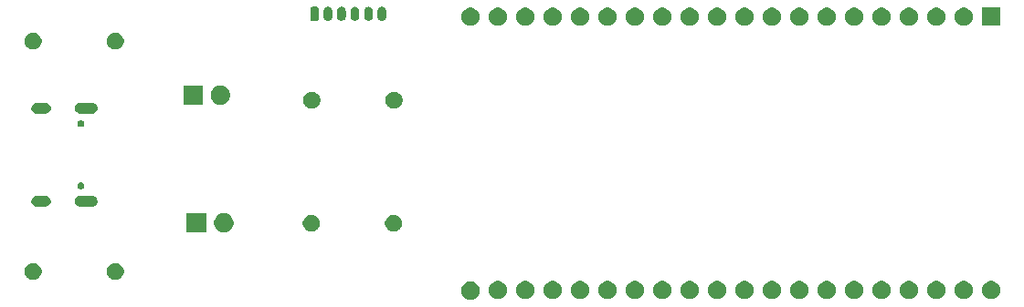
<source format=gbr>
%TF.GenerationSoftware,KiCad,Pcbnew,9.0.6-9.0.6~ubuntu24.04.1*%
%TF.CreationDate,2025-12-30T16:15:31+01:00*%
%TF.ProjectId,security-system,73656375-7269-4747-992d-73797374656d,0*%
%TF.SameCoordinates,Original*%
%TF.FileFunction,Soldermask,Bot*%
%TF.FilePolarity,Negative*%
%FSLAX46Y46*%
G04 Gerber Fmt 4.6, Leading zero omitted, Abs format (unit mm)*
G04 Created by KiCad (PCBNEW 9.0.6-9.0.6~ubuntu24.04.1) date 2025-12-30 16:15:31*
%MOMM*%
%LPD*%
G01*
G04 APERTURE LIST*
G04 APERTURE END LIST*
G36*
X167916742Y-98436601D02*
G01*
X168070687Y-98500367D01*
X168209234Y-98592941D01*
X168327059Y-98710766D01*
X168419633Y-98849313D01*
X168483399Y-99003258D01*
X168515907Y-99166685D01*
X168515907Y-99333315D01*
X168483399Y-99496742D01*
X168419633Y-99650687D01*
X168327059Y-99789234D01*
X168209234Y-99907059D01*
X168070687Y-99999633D01*
X167916742Y-100063399D01*
X167753315Y-100095907D01*
X167586685Y-100095907D01*
X167423258Y-100063399D01*
X167269313Y-99999633D01*
X167130766Y-99907059D01*
X167012941Y-99789234D01*
X166920367Y-99650687D01*
X166856601Y-99496742D01*
X166824093Y-99333315D01*
X166824093Y-99166685D01*
X166856601Y-99003258D01*
X166920367Y-98849313D01*
X167012941Y-98710766D01*
X167130766Y-98592941D01*
X167269313Y-98500367D01*
X167423258Y-98436601D01*
X167586685Y-98404093D01*
X167753315Y-98404093D01*
X167916742Y-98436601D01*
G37*
G36*
X170456742Y-98386601D02*
G01*
X170610687Y-98450367D01*
X170749234Y-98542941D01*
X170867059Y-98660766D01*
X170959633Y-98799313D01*
X171023399Y-98953258D01*
X171055907Y-99116685D01*
X171055907Y-99283315D01*
X171023399Y-99446742D01*
X170959633Y-99600687D01*
X170867059Y-99739234D01*
X170749234Y-99857059D01*
X170610687Y-99949633D01*
X170456742Y-100013399D01*
X170293315Y-100045907D01*
X170126685Y-100045907D01*
X169963258Y-100013399D01*
X169809313Y-99949633D01*
X169670766Y-99857059D01*
X169552941Y-99739234D01*
X169460367Y-99600687D01*
X169396601Y-99446742D01*
X169364093Y-99283315D01*
X169364093Y-99116685D01*
X169396601Y-98953258D01*
X169460367Y-98799313D01*
X169552941Y-98660766D01*
X169670766Y-98542941D01*
X169809313Y-98450367D01*
X169963258Y-98386601D01*
X170126685Y-98354093D01*
X170293315Y-98354093D01*
X170456742Y-98386601D01*
G37*
G36*
X172996742Y-98386601D02*
G01*
X173150687Y-98450367D01*
X173289234Y-98542941D01*
X173407059Y-98660766D01*
X173499633Y-98799313D01*
X173563399Y-98953258D01*
X173595907Y-99116685D01*
X173595907Y-99283315D01*
X173563399Y-99446742D01*
X173499633Y-99600687D01*
X173407059Y-99739234D01*
X173289234Y-99857059D01*
X173150687Y-99949633D01*
X172996742Y-100013399D01*
X172833315Y-100045907D01*
X172666685Y-100045907D01*
X172503258Y-100013399D01*
X172349313Y-99949633D01*
X172210766Y-99857059D01*
X172092941Y-99739234D01*
X172000367Y-99600687D01*
X171936601Y-99446742D01*
X171904093Y-99283315D01*
X171904093Y-99116685D01*
X171936601Y-98953258D01*
X172000367Y-98799313D01*
X172092941Y-98660766D01*
X172210766Y-98542941D01*
X172349313Y-98450367D01*
X172503258Y-98386601D01*
X172666685Y-98354093D01*
X172833315Y-98354093D01*
X172996742Y-98386601D01*
G37*
G36*
X175536742Y-98386601D02*
G01*
X175690687Y-98450367D01*
X175829234Y-98542941D01*
X175947059Y-98660766D01*
X176039633Y-98799313D01*
X176103399Y-98953258D01*
X176135907Y-99116685D01*
X176135907Y-99283315D01*
X176103399Y-99446742D01*
X176039633Y-99600687D01*
X175947059Y-99739234D01*
X175829234Y-99857059D01*
X175690687Y-99949633D01*
X175536742Y-100013399D01*
X175373315Y-100045907D01*
X175206685Y-100045907D01*
X175043258Y-100013399D01*
X174889313Y-99949633D01*
X174750766Y-99857059D01*
X174632941Y-99739234D01*
X174540367Y-99600687D01*
X174476601Y-99446742D01*
X174444093Y-99283315D01*
X174444093Y-99116685D01*
X174476601Y-98953258D01*
X174540367Y-98799313D01*
X174632941Y-98660766D01*
X174750766Y-98542941D01*
X174889313Y-98450367D01*
X175043258Y-98386601D01*
X175206685Y-98354093D01*
X175373315Y-98354093D01*
X175536742Y-98386601D01*
G37*
G36*
X178076742Y-98386601D02*
G01*
X178230687Y-98450367D01*
X178369234Y-98542941D01*
X178487059Y-98660766D01*
X178579633Y-98799313D01*
X178643399Y-98953258D01*
X178675907Y-99116685D01*
X178675907Y-99283315D01*
X178643399Y-99446742D01*
X178579633Y-99600687D01*
X178487059Y-99739234D01*
X178369234Y-99857059D01*
X178230687Y-99949633D01*
X178076742Y-100013399D01*
X177913315Y-100045907D01*
X177746685Y-100045907D01*
X177583258Y-100013399D01*
X177429313Y-99949633D01*
X177290766Y-99857059D01*
X177172941Y-99739234D01*
X177080367Y-99600687D01*
X177016601Y-99446742D01*
X176984093Y-99283315D01*
X176984093Y-99116685D01*
X177016601Y-98953258D01*
X177080367Y-98799313D01*
X177172941Y-98660766D01*
X177290766Y-98542941D01*
X177429313Y-98450367D01*
X177583258Y-98386601D01*
X177746685Y-98354093D01*
X177913315Y-98354093D01*
X178076742Y-98386601D01*
G37*
G36*
X180616742Y-98386601D02*
G01*
X180770687Y-98450367D01*
X180909234Y-98542941D01*
X181027059Y-98660766D01*
X181119633Y-98799313D01*
X181183399Y-98953258D01*
X181215907Y-99116685D01*
X181215907Y-99283315D01*
X181183399Y-99446742D01*
X181119633Y-99600687D01*
X181027059Y-99739234D01*
X180909234Y-99857059D01*
X180770687Y-99949633D01*
X180616742Y-100013399D01*
X180453315Y-100045907D01*
X180286685Y-100045907D01*
X180123258Y-100013399D01*
X179969313Y-99949633D01*
X179830766Y-99857059D01*
X179712941Y-99739234D01*
X179620367Y-99600687D01*
X179556601Y-99446742D01*
X179524093Y-99283315D01*
X179524093Y-99116685D01*
X179556601Y-98953258D01*
X179620367Y-98799313D01*
X179712941Y-98660766D01*
X179830766Y-98542941D01*
X179969313Y-98450367D01*
X180123258Y-98386601D01*
X180286685Y-98354093D01*
X180453315Y-98354093D01*
X180616742Y-98386601D01*
G37*
G36*
X183156742Y-98386601D02*
G01*
X183310687Y-98450367D01*
X183449234Y-98542941D01*
X183567059Y-98660766D01*
X183659633Y-98799313D01*
X183723399Y-98953258D01*
X183755907Y-99116685D01*
X183755907Y-99283315D01*
X183723399Y-99446742D01*
X183659633Y-99600687D01*
X183567059Y-99739234D01*
X183449234Y-99857059D01*
X183310687Y-99949633D01*
X183156742Y-100013399D01*
X182993315Y-100045907D01*
X182826685Y-100045907D01*
X182663258Y-100013399D01*
X182509313Y-99949633D01*
X182370766Y-99857059D01*
X182252941Y-99739234D01*
X182160367Y-99600687D01*
X182096601Y-99446742D01*
X182064093Y-99283315D01*
X182064093Y-99116685D01*
X182096601Y-98953258D01*
X182160367Y-98799313D01*
X182252941Y-98660766D01*
X182370766Y-98542941D01*
X182509313Y-98450367D01*
X182663258Y-98386601D01*
X182826685Y-98354093D01*
X182993315Y-98354093D01*
X183156742Y-98386601D01*
G37*
G36*
X185696742Y-98386601D02*
G01*
X185850687Y-98450367D01*
X185989234Y-98542941D01*
X186107059Y-98660766D01*
X186199633Y-98799313D01*
X186263399Y-98953258D01*
X186295907Y-99116685D01*
X186295907Y-99283315D01*
X186263399Y-99446742D01*
X186199633Y-99600687D01*
X186107059Y-99739234D01*
X185989234Y-99857059D01*
X185850687Y-99949633D01*
X185696742Y-100013399D01*
X185533315Y-100045907D01*
X185366685Y-100045907D01*
X185203258Y-100013399D01*
X185049313Y-99949633D01*
X184910766Y-99857059D01*
X184792941Y-99739234D01*
X184700367Y-99600687D01*
X184636601Y-99446742D01*
X184604093Y-99283315D01*
X184604093Y-99116685D01*
X184636601Y-98953258D01*
X184700367Y-98799313D01*
X184792941Y-98660766D01*
X184910766Y-98542941D01*
X185049313Y-98450367D01*
X185203258Y-98386601D01*
X185366685Y-98354093D01*
X185533315Y-98354093D01*
X185696742Y-98386601D01*
G37*
G36*
X188236742Y-98386601D02*
G01*
X188390687Y-98450367D01*
X188529234Y-98542941D01*
X188647059Y-98660766D01*
X188739633Y-98799313D01*
X188803399Y-98953258D01*
X188835907Y-99116685D01*
X188835907Y-99283315D01*
X188803399Y-99446742D01*
X188739633Y-99600687D01*
X188647059Y-99739234D01*
X188529234Y-99857059D01*
X188390687Y-99949633D01*
X188236742Y-100013399D01*
X188073315Y-100045907D01*
X187906685Y-100045907D01*
X187743258Y-100013399D01*
X187589313Y-99949633D01*
X187450766Y-99857059D01*
X187332941Y-99739234D01*
X187240367Y-99600687D01*
X187176601Y-99446742D01*
X187144093Y-99283315D01*
X187144093Y-99116685D01*
X187176601Y-98953258D01*
X187240367Y-98799313D01*
X187332941Y-98660766D01*
X187450766Y-98542941D01*
X187589313Y-98450367D01*
X187743258Y-98386601D01*
X187906685Y-98354093D01*
X188073315Y-98354093D01*
X188236742Y-98386601D01*
G37*
G36*
X190776742Y-98386601D02*
G01*
X190930687Y-98450367D01*
X191069234Y-98542941D01*
X191187059Y-98660766D01*
X191279633Y-98799313D01*
X191343399Y-98953258D01*
X191375907Y-99116685D01*
X191375907Y-99283315D01*
X191343399Y-99446742D01*
X191279633Y-99600687D01*
X191187059Y-99739234D01*
X191069234Y-99857059D01*
X190930687Y-99949633D01*
X190776742Y-100013399D01*
X190613315Y-100045907D01*
X190446685Y-100045907D01*
X190283258Y-100013399D01*
X190129313Y-99949633D01*
X189990766Y-99857059D01*
X189872941Y-99739234D01*
X189780367Y-99600687D01*
X189716601Y-99446742D01*
X189684093Y-99283315D01*
X189684093Y-99116685D01*
X189716601Y-98953258D01*
X189780367Y-98799313D01*
X189872941Y-98660766D01*
X189990766Y-98542941D01*
X190129313Y-98450367D01*
X190283258Y-98386601D01*
X190446685Y-98354093D01*
X190613315Y-98354093D01*
X190776742Y-98386601D01*
G37*
G36*
X193316742Y-98386601D02*
G01*
X193470687Y-98450367D01*
X193609234Y-98542941D01*
X193727059Y-98660766D01*
X193819633Y-98799313D01*
X193883399Y-98953258D01*
X193915907Y-99116685D01*
X193915907Y-99283315D01*
X193883399Y-99446742D01*
X193819633Y-99600687D01*
X193727059Y-99739234D01*
X193609234Y-99857059D01*
X193470687Y-99949633D01*
X193316742Y-100013399D01*
X193153315Y-100045907D01*
X192986685Y-100045907D01*
X192823258Y-100013399D01*
X192669313Y-99949633D01*
X192530766Y-99857059D01*
X192412941Y-99739234D01*
X192320367Y-99600687D01*
X192256601Y-99446742D01*
X192224093Y-99283315D01*
X192224093Y-99116685D01*
X192256601Y-98953258D01*
X192320367Y-98799313D01*
X192412941Y-98660766D01*
X192530766Y-98542941D01*
X192669313Y-98450367D01*
X192823258Y-98386601D01*
X192986685Y-98354093D01*
X193153315Y-98354093D01*
X193316742Y-98386601D01*
G37*
G36*
X195856742Y-98386601D02*
G01*
X196010687Y-98450367D01*
X196149234Y-98542941D01*
X196267059Y-98660766D01*
X196359633Y-98799313D01*
X196423399Y-98953258D01*
X196455907Y-99116685D01*
X196455907Y-99283315D01*
X196423399Y-99446742D01*
X196359633Y-99600687D01*
X196267059Y-99739234D01*
X196149234Y-99857059D01*
X196010687Y-99949633D01*
X195856742Y-100013399D01*
X195693315Y-100045907D01*
X195526685Y-100045907D01*
X195363258Y-100013399D01*
X195209313Y-99949633D01*
X195070766Y-99857059D01*
X194952941Y-99739234D01*
X194860367Y-99600687D01*
X194796601Y-99446742D01*
X194764093Y-99283315D01*
X194764093Y-99116685D01*
X194796601Y-98953258D01*
X194860367Y-98799313D01*
X194952941Y-98660766D01*
X195070766Y-98542941D01*
X195209313Y-98450367D01*
X195363258Y-98386601D01*
X195526685Y-98354093D01*
X195693315Y-98354093D01*
X195856742Y-98386601D01*
G37*
G36*
X198396742Y-98386601D02*
G01*
X198550687Y-98450367D01*
X198689234Y-98542941D01*
X198807059Y-98660766D01*
X198899633Y-98799313D01*
X198963399Y-98953258D01*
X198995907Y-99116685D01*
X198995907Y-99283315D01*
X198963399Y-99446742D01*
X198899633Y-99600687D01*
X198807059Y-99739234D01*
X198689234Y-99857059D01*
X198550687Y-99949633D01*
X198396742Y-100013399D01*
X198233315Y-100045907D01*
X198066685Y-100045907D01*
X197903258Y-100013399D01*
X197749313Y-99949633D01*
X197610766Y-99857059D01*
X197492941Y-99739234D01*
X197400367Y-99600687D01*
X197336601Y-99446742D01*
X197304093Y-99283315D01*
X197304093Y-99116685D01*
X197336601Y-98953258D01*
X197400367Y-98799313D01*
X197492941Y-98660766D01*
X197610766Y-98542941D01*
X197749313Y-98450367D01*
X197903258Y-98386601D01*
X198066685Y-98354093D01*
X198233315Y-98354093D01*
X198396742Y-98386601D01*
G37*
G36*
X200936742Y-98386601D02*
G01*
X201090687Y-98450367D01*
X201229234Y-98542941D01*
X201347059Y-98660766D01*
X201439633Y-98799313D01*
X201503399Y-98953258D01*
X201535907Y-99116685D01*
X201535907Y-99283315D01*
X201503399Y-99446742D01*
X201439633Y-99600687D01*
X201347059Y-99739234D01*
X201229234Y-99857059D01*
X201090687Y-99949633D01*
X200936742Y-100013399D01*
X200773315Y-100045907D01*
X200606685Y-100045907D01*
X200443258Y-100013399D01*
X200289313Y-99949633D01*
X200150766Y-99857059D01*
X200032941Y-99739234D01*
X199940367Y-99600687D01*
X199876601Y-99446742D01*
X199844093Y-99283315D01*
X199844093Y-99116685D01*
X199876601Y-98953258D01*
X199940367Y-98799313D01*
X200032941Y-98660766D01*
X200150766Y-98542941D01*
X200289313Y-98450367D01*
X200443258Y-98386601D01*
X200606685Y-98354093D01*
X200773315Y-98354093D01*
X200936742Y-98386601D01*
G37*
G36*
X203476742Y-98386601D02*
G01*
X203630687Y-98450367D01*
X203769234Y-98542941D01*
X203887059Y-98660766D01*
X203979633Y-98799313D01*
X204043399Y-98953258D01*
X204075907Y-99116685D01*
X204075907Y-99283315D01*
X204043399Y-99446742D01*
X203979633Y-99600687D01*
X203887059Y-99739234D01*
X203769234Y-99857059D01*
X203630687Y-99949633D01*
X203476742Y-100013399D01*
X203313315Y-100045907D01*
X203146685Y-100045907D01*
X202983258Y-100013399D01*
X202829313Y-99949633D01*
X202690766Y-99857059D01*
X202572941Y-99739234D01*
X202480367Y-99600687D01*
X202416601Y-99446742D01*
X202384093Y-99283315D01*
X202384093Y-99116685D01*
X202416601Y-98953258D01*
X202480367Y-98799313D01*
X202572941Y-98660766D01*
X202690766Y-98542941D01*
X202829313Y-98450367D01*
X202983258Y-98386601D01*
X203146685Y-98354093D01*
X203313315Y-98354093D01*
X203476742Y-98386601D01*
G37*
G36*
X206016742Y-98386601D02*
G01*
X206170687Y-98450367D01*
X206309234Y-98542941D01*
X206427059Y-98660766D01*
X206519633Y-98799313D01*
X206583399Y-98953258D01*
X206615907Y-99116685D01*
X206615907Y-99283315D01*
X206583399Y-99446742D01*
X206519633Y-99600687D01*
X206427059Y-99739234D01*
X206309234Y-99857059D01*
X206170687Y-99949633D01*
X206016742Y-100013399D01*
X205853315Y-100045907D01*
X205686685Y-100045907D01*
X205523258Y-100013399D01*
X205369313Y-99949633D01*
X205230766Y-99857059D01*
X205112941Y-99739234D01*
X205020367Y-99600687D01*
X204956601Y-99446742D01*
X204924093Y-99283315D01*
X204924093Y-99116685D01*
X204956601Y-98953258D01*
X205020367Y-98799313D01*
X205112941Y-98660766D01*
X205230766Y-98542941D01*
X205369313Y-98450367D01*
X205523258Y-98386601D01*
X205686685Y-98354093D01*
X205853315Y-98354093D01*
X206016742Y-98386601D01*
G37*
G36*
X208556742Y-98386601D02*
G01*
X208710687Y-98450367D01*
X208849234Y-98542941D01*
X208967059Y-98660766D01*
X209059633Y-98799313D01*
X209123399Y-98953258D01*
X209155907Y-99116685D01*
X209155907Y-99283315D01*
X209123399Y-99446742D01*
X209059633Y-99600687D01*
X208967059Y-99739234D01*
X208849234Y-99857059D01*
X208710687Y-99949633D01*
X208556742Y-100013399D01*
X208393315Y-100045907D01*
X208226685Y-100045907D01*
X208063258Y-100013399D01*
X207909313Y-99949633D01*
X207770766Y-99857059D01*
X207652941Y-99739234D01*
X207560367Y-99600687D01*
X207496601Y-99446742D01*
X207464093Y-99283315D01*
X207464093Y-99116685D01*
X207496601Y-98953258D01*
X207560367Y-98799313D01*
X207652941Y-98660766D01*
X207770766Y-98542941D01*
X207909313Y-98450367D01*
X208063258Y-98386601D01*
X208226685Y-98354093D01*
X208393315Y-98354093D01*
X208556742Y-98386601D01*
G37*
G36*
X211096742Y-98386601D02*
G01*
X211250687Y-98450367D01*
X211389234Y-98542941D01*
X211507059Y-98660766D01*
X211599633Y-98799313D01*
X211663399Y-98953258D01*
X211695907Y-99116685D01*
X211695907Y-99283315D01*
X211663399Y-99446742D01*
X211599633Y-99600687D01*
X211507059Y-99739234D01*
X211389234Y-99857059D01*
X211250687Y-99949633D01*
X211096742Y-100013399D01*
X210933315Y-100045907D01*
X210766685Y-100045907D01*
X210603258Y-100013399D01*
X210449313Y-99949633D01*
X210310766Y-99857059D01*
X210192941Y-99739234D01*
X210100367Y-99600687D01*
X210036601Y-99446742D01*
X210004093Y-99283315D01*
X210004093Y-99116685D01*
X210036601Y-98953258D01*
X210100367Y-98799313D01*
X210192941Y-98660766D01*
X210310766Y-98542941D01*
X210449313Y-98450367D01*
X210603258Y-98386601D01*
X210766685Y-98354093D01*
X210933315Y-98354093D01*
X211096742Y-98386601D01*
G37*
G36*
X213636742Y-98386601D02*
G01*
X213790687Y-98450367D01*
X213929234Y-98542941D01*
X214047059Y-98660766D01*
X214139633Y-98799313D01*
X214203399Y-98953258D01*
X214235907Y-99116685D01*
X214235907Y-99283315D01*
X214203399Y-99446742D01*
X214139633Y-99600687D01*
X214047059Y-99739234D01*
X213929234Y-99857059D01*
X213790687Y-99949633D01*
X213636742Y-100013399D01*
X213473315Y-100045907D01*
X213306685Y-100045907D01*
X213143258Y-100013399D01*
X212989313Y-99949633D01*
X212850766Y-99857059D01*
X212732941Y-99739234D01*
X212640367Y-99600687D01*
X212576601Y-99446742D01*
X212544093Y-99283315D01*
X212544093Y-99116685D01*
X212576601Y-98953258D01*
X212640367Y-98799313D01*
X212732941Y-98660766D01*
X212850766Y-98542941D01*
X212989313Y-98450367D01*
X213143258Y-98386601D01*
X213306685Y-98354093D01*
X213473315Y-98354093D01*
X213636742Y-98386601D01*
G37*
G36*
X216176742Y-98386601D02*
G01*
X216330687Y-98450367D01*
X216469234Y-98542941D01*
X216587059Y-98660766D01*
X216679633Y-98799313D01*
X216743399Y-98953258D01*
X216775907Y-99116685D01*
X216775907Y-99283315D01*
X216743399Y-99446742D01*
X216679633Y-99600687D01*
X216587059Y-99739234D01*
X216469234Y-99857059D01*
X216330687Y-99949633D01*
X216176742Y-100013399D01*
X216013315Y-100045907D01*
X215846685Y-100045907D01*
X215683258Y-100013399D01*
X215529313Y-99949633D01*
X215390766Y-99857059D01*
X215272941Y-99739234D01*
X215180367Y-99600687D01*
X215116601Y-99446742D01*
X215084093Y-99283315D01*
X215084093Y-99116685D01*
X215116601Y-98953258D01*
X215180367Y-98799313D01*
X215272941Y-98660766D01*
X215390766Y-98542941D01*
X215529313Y-98450367D01*
X215683258Y-98386601D01*
X215846685Y-98354093D01*
X216013315Y-98354093D01*
X216176742Y-98386601D01*
G37*
G36*
X127362228Y-96704448D02*
G01*
X127507117Y-96764463D01*
X127637515Y-96851592D01*
X127748408Y-96962485D01*
X127835537Y-97092883D01*
X127895552Y-97237772D01*
X127926148Y-97391586D01*
X127926148Y-97548414D01*
X127895552Y-97702228D01*
X127835537Y-97847117D01*
X127748408Y-97977515D01*
X127637515Y-98088408D01*
X127507117Y-98175537D01*
X127362228Y-98235552D01*
X127208414Y-98266148D01*
X127051586Y-98266148D01*
X126897772Y-98235552D01*
X126752883Y-98175537D01*
X126622485Y-98088408D01*
X126511592Y-97977515D01*
X126424463Y-97847117D01*
X126364448Y-97702228D01*
X126333852Y-97548414D01*
X126333852Y-97391586D01*
X126364448Y-97237772D01*
X126424463Y-97092883D01*
X126511592Y-96962485D01*
X126622485Y-96851592D01*
X126752883Y-96764463D01*
X126897772Y-96704448D01*
X127051586Y-96673852D01*
X127208414Y-96673852D01*
X127362228Y-96704448D01*
G37*
G36*
X134982228Y-96704448D02*
G01*
X135127117Y-96764463D01*
X135257515Y-96851592D01*
X135368408Y-96962485D01*
X135455537Y-97092883D01*
X135515552Y-97237772D01*
X135546148Y-97391586D01*
X135546148Y-97548414D01*
X135515552Y-97702228D01*
X135455537Y-97847117D01*
X135368408Y-97977515D01*
X135257515Y-98088408D01*
X135127117Y-98175537D01*
X134982228Y-98235552D01*
X134828414Y-98266148D01*
X134671586Y-98266148D01*
X134517772Y-98235552D01*
X134372883Y-98175537D01*
X134242485Y-98088408D01*
X134131592Y-97977515D01*
X134044463Y-97847117D01*
X133984448Y-97702228D01*
X133953852Y-97548414D01*
X133953852Y-97391586D01*
X133984448Y-97237772D01*
X134044463Y-97092883D01*
X134131592Y-96962485D01*
X134242485Y-96851592D01*
X134372883Y-96764463D01*
X134517772Y-96704448D01*
X134671586Y-96673852D01*
X134828414Y-96673852D01*
X134982228Y-96704448D01*
G37*
G36*
X143175000Y-93850000D02*
G01*
X141375000Y-93850000D01*
X141375000Y-92050000D01*
X143175000Y-92050000D01*
X143175000Y-93850000D01*
G37*
G36*
X145076256Y-92088754D02*
G01*
X145239257Y-92156271D01*
X145385954Y-92254291D01*
X145510709Y-92379046D01*
X145608729Y-92525743D01*
X145676246Y-92688744D01*
X145710666Y-92861785D01*
X145710666Y-93038215D01*
X145676246Y-93211256D01*
X145608729Y-93374257D01*
X145510709Y-93520954D01*
X145385954Y-93645709D01*
X145239257Y-93743729D01*
X145076256Y-93811246D01*
X144903215Y-93845666D01*
X144726785Y-93845666D01*
X144553744Y-93811246D01*
X144390743Y-93743729D01*
X144244046Y-93645709D01*
X144119291Y-93520954D01*
X144021271Y-93374257D01*
X143953754Y-93211256D01*
X143919334Y-93038215D01*
X143919334Y-92861785D01*
X143953754Y-92688744D01*
X144021271Y-92525743D01*
X144119291Y-92379046D01*
X144244046Y-92254291D01*
X144390743Y-92156271D01*
X144553744Y-92088754D01*
X144726785Y-92054334D01*
X144903215Y-92054334D01*
X145076256Y-92088754D01*
G37*
G36*
X153162228Y-92224448D02*
G01*
X153307117Y-92284463D01*
X153437515Y-92371592D01*
X153548408Y-92482485D01*
X153635537Y-92612883D01*
X153695552Y-92757772D01*
X153726148Y-92911586D01*
X153726148Y-93068414D01*
X153695552Y-93222228D01*
X153635537Y-93367117D01*
X153548408Y-93497515D01*
X153437515Y-93608408D01*
X153307117Y-93695537D01*
X153162228Y-93755552D01*
X153008414Y-93786148D01*
X152851586Y-93786148D01*
X152697772Y-93755552D01*
X152552883Y-93695537D01*
X152422485Y-93608408D01*
X152311592Y-93497515D01*
X152224463Y-93367117D01*
X152164448Y-93222228D01*
X152133852Y-93068414D01*
X152133852Y-92911586D01*
X152164448Y-92757772D01*
X152224463Y-92612883D01*
X152311592Y-92482485D01*
X152422485Y-92371592D01*
X152552883Y-92284463D01*
X152697772Y-92224448D01*
X152851586Y-92193852D01*
X153008414Y-92193852D01*
X153162228Y-92224448D01*
G37*
G36*
X160782228Y-92224448D02*
G01*
X160927117Y-92284463D01*
X161057515Y-92371592D01*
X161168408Y-92482485D01*
X161255537Y-92612883D01*
X161315552Y-92757772D01*
X161346148Y-92911586D01*
X161346148Y-93068414D01*
X161315552Y-93222228D01*
X161255537Y-93367117D01*
X161168408Y-93497515D01*
X161057515Y-93608408D01*
X160927117Y-93695537D01*
X160782228Y-93755552D01*
X160628414Y-93786148D01*
X160471586Y-93786148D01*
X160317772Y-93755552D01*
X160172883Y-93695537D01*
X160042485Y-93608408D01*
X159931592Y-93497515D01*
X159844463Y-93367117D01*
X159784448Y-93222228D01*
X159753852Y-93068414D01*
X159753852Y-92911586D01*
X159784448Y-92757772D01*
X159844463Y-92612883D01*
X159931592Y-92482485D01*
X160042485Y-92371592D01*
X160172883Y-92284463D01*
X160317772Y-92224448D01*
X160471586Y-92193852D01*
X160628414Y-92193852D01*
X160782228Y-92224448D01*
G37*
G36*
X128390195Y-90451889D02*
G01*
X128472993Y-90474074D01*
X128587005Y-90539899D01*
X128680100Y-90632994D01*
X128745925Y-90747006D01*
X128745925Y-90747007D01*
X128780000Y-90874174D01*
X128780000Y-91005826D01*
X128745925Y-91132993D01*
X128680099Y-91247007D01*
X128587007Y-91340099D01*
X128472993Y-91405925D01*
X128345826Y-91440000D01*
X128345824Y-91440000D01*
X127414176Y-91440000D01*
X127414174Y-91440000D01*
X127329396Y-91417283D01*
X127287006Y-91405925D01*
X127172994Y-91340100D01*
X127079899Y-91247005D01*
X127014074Y-91132993D01*
X126991889Y-91050195D01*
X126980000Y-91005826D01*
X126980000Y-90874174D01*
X126985944Y-90851989D01*
X127014074Y-90747006D01*
X127079899Y-90632994D01*
X127172994Y-90539899D01*
X127287006Y-90474074D01*
X127376395Y-90450123D01*
X127414174Y-90440000D01*
X128345826Y-90440000D01*
X128390195Y-90451889D01*
G37*
G36*
X132720195Y-90451889D02*
G01*
X132802993Y-90474074D01*
X132917005Y-90539899D01*
X133010100Y-90632994D01*
X133075925Y-90747006D01*
X133075925Y-90747007D01*
X133110000Y-90874174D01*
X133110000Y-91005826D01*
X133075925Y-91132993D01*
X133010099Y-91247007D01*
X132917007Y-91340099D01*
X132802993Y-91405925D01*
X132675826Y-91440000D01*
X132675824Y-91440000D01*
X131444176Y-91440000D01*
X131444174Y-91440000D01*
X131359396Y-91417283D01*
X131317006Y-91405925D01*
X131202994Y-91340100D01*
X131109899Y-91247005D01*
X131044074Y-91132993D01*
X131021889Y-91050195D01*
X131010000Y-91005826D01*
X131010000Y-90874174D01*
X131015944Y-90851989D01*
X131044074Y-90747006D01*
X131109899Y-90632994D01*
X131202994Y-90539899D01*
X131317006Y-90474074D01*
X131406395Y-90450123D01*
X131444174Y-90440000D01*
X132675826Y-90440000D01*
X132720195Y-90451889D01*
G37*
G36*
X131627342Y-89191580D02*
G01*
X131685446Y-89207148D01*
X131759553Y-89249934D01*
X131820065Y-89310446D01*
X131862851Y-89384553D01*
X131877617Y-89439660D01*
X131885000Y-89467213D01*
X131885000Y-89552787D01*
X131870234Y-89607892D01*
X131862851Y-89635446D01*
X131820065Y-89709553D01*
X131759553Y-89770065D01*
X131685446Y-89812851D01*
X131657892Y-89820234D01*
X131602787Y-89835000D01*
X131602785Y-89835000D01*
X131517215Y-89835000D01*
X131517213Y-89835000D01*
X131475884Y-89823925D01*
X131434553Y-89812851D01*
X131360446Y-89770065D01*
X131299934Y-89709553D01*
X131257148Y-89635446D01*
X131241580Y-89577342D01*
X131235000Y-89552787D01*
X131235000Y-89467213D01*
X131238290Y-89454935D01*
X131257148Y-89384553D01*
X131299934Y-89310446D01*
X131360446Y-89249934D01*
X131434553Y-89207148D01*
X131495832Y-89190728D01*
X131517213Y-89185000D01*
X131602787Y-89185000D01*
X131627342Y-89191580D01*
G37*
G36*
X131627342Y-83411580D02*
G01*
X131685446Y-83427148D01*
X131759553Y-83469934D01*
X131820065Y-83530446D01*
X131862851Y-83604553D01*
X131877617Y-83659660D01*
X131885000Y-83687213D01*
X131885000Y-83772787D01*
X131870234Y-83827892D01*
X131862851Y-83855446D01*
X131820065Y-83929553D01*
X131759553Y-83990065D01*
X131685446Y-84032851D01*
X131657892Y-84040234D01*
X131602787Y-84055000D01*
X131602785Y-84055000D01*
X131517215Y-84055000D01*
X131517213Y-84055000D01*
X131475884Y-84043925D01*
X131434553Y-84032851D01*
X131360446Y-83990065D01*
X131299934Y-83929553D01*
X131257148Y-83855446D01*
X131241580Y-83797342D01*
X131235000Y-83772787D01*
X131235000Y-83687213D01*
X131238290Y-83674935D01*
X131257148Y-83604553D01*
X131299934Y-83530446D01*
X131360446Y-83469934D01*
X131434553Y-83427148D01*
X131495832Y-83410728D01*
X131517213Y-83405000D01*
X131602787Y-83405000D01*
X131627342Y-83411580D01*
G37*
G36*
X128390195Y-81811889D02*
G01*
X128472993Y-81834074D01*
X128587005Y-81899899D01*
X128680100Y-81992994D01*
X128745925Y-82107006D01*
X128745925Y-82107007D01*
X128780000Y-82234174D01*
X128780000Y-82365826D01*
X128745925Y-82492993D01*
X128680099Y-82607007D01*
X128587007Y-82700099D01*
X128472993Y-82765925D01*
X128345826Y-82800000D01*
X128345824Y-82800000D01*
X127414176Y-82800000D01*
X127414174Y-82800000D01*
X127329396Y-82777283D01*
X127287006Y-82765925D01*
X127172994Y-82700100D01*
X127079899Y-82607005D01*
X127014074Y-82492993D01*
X126991889Y-82410195D01*
X126980000Y-82365826D01*
X126980000Y-82234174D01*
X126997682Y-82168185D01*
X127014074Y-82107006D01*
X127079899Y-81992994D01*
X127172994Y-81899899D01*
X127287006Y-81834074D01*
X127376395Y-81810123D01*
X127414174Y-81800000D01*
X128345826Y-81800000D01*
X128390195Y-81811889D01*
G37*
G36*
X132720195Y-81811889D02*
G01*
X132802993Y-81834074D01*
X132917005Y-81899899D01*
X133010100Y-81992994D01*
X133075925Y-82107006D01*
X133075925Y-82107007D01*
X133110000Y-82234174D01*
X133110000Y-82365826D01*
X133075925Y-82492993D01*
X133010099Y-82607007D01*
X132917007Y-82700099D01*
X132802993Y-82765925D01*
X132675826Y-82800000D01*
X132675824Y-82800000D01*
X131444176Y-82800000D01*
X131444174Y-82800000D01*
X131359396Y-82777283D01*
X131317006Y-82765925D01*
X131202994Y-82700100D01*
X131109899Y-82607005D01*
X131044074Y-82492993D01*
X131021889Y-82410195D01*
X131010000Y-82365826D01*
X131010000Y-82234174D01*
X131027682Y-82168185D01*
X131044074Y-82107006D01*
X131109899Y-81992994D01*
X131202994Y-81899899D01*
X131317006Y-81834074D01*
X131406395Y-81810123D01*
X131444174Y-81800000D01*
X132675826Y-81800000D01*
X132720195Y-81811889D01*
G37*
G36*
X153192228Y-80784448D02*
G01*
X153337117Y-80844463D01*
X153467515Y-80931592D01*
X153578408Y-81042485D01*
X153665537Y-81172883D01*
X153725552Y-81317772D01*
X153756148Y-81471586D01*
X153756148Y-81628414D01*
X153725552Y-81782228D01*
X153665537Y-81927117D01*
X153578408Y-82057515D01*
X153467515Y-82168408D01*
X153337117Y-82255537D01*
X153192228Y-82315552D01*
X153038414Y-82346148D01*
X152881586Y-82346148D01*
X152727772Y-82315552D01*
X152582883Y-82255537D01*
X152452485Y-82168408D01*
X152341592Y-82057515D01*
X152254463Y-81927117D01*
X152194448Y-81782228D01*
X152163852Y-81628414D01*
X152163852Y-81471586D01*
X152194448Y-81317772D01*
X152254463Y-81172883D01*
X152341592Y-81042485D01*
X152452485Y-80931592D01*
X152582883Y-80844463D01*
X152727772Y-80784448D01*
X152881586Y-80753852D01*
X153038414Y-80753852D01*
X153192228Y-80784448D01*
G37*
G36*
X160812228Y-80784448D02*
G01*
X160957117Y-80844463D01*
X161087515Y-80931592D01*
X161198408Y-81042485D01*
X161285537Y-81172883D01*
X161345552Y-81317772D01*
X161376148Y-81471586D01*
X161376148Y-81628414D01*
X161345552Y-81782228D01*
X161285537Y-81927117D01*
X161198408Y-82057515D01*
X161087515Y-82168408D01*
X160957117Y-82255537D01*
X160812228Y-82315552D01*
X160658414Y-82346148D01*
X160501586Y-82346148D01*
X160347772Y-82315552D01*
X160202883Y-82255537D01*
X160072485Y-82168408D01*
X159961592Y-82057515D01*
X159874463Y-81927117D01*
X159814448Y-81782228D01*
X159783852Y-81628414D01*
X159783852Y-81471586D01*
X159814448Y-81317772D01*
X159874463Y-81172883D01*
X159961592Y-81042485D01*
X160072485Y-80931592D01*
X160202883Y-80844463D01*
X160347772Y-80784448D01*
X160501586Y-80753852D01*
X160658414Y-80753852D01*
X160812228Y-80784448D01*
G37*
G36*
X142855000Y-81990000D02*
G01*
X141055000Y-81990000D01*
X141055000Y-80190000D01*
X142855000Y-80190000D01*
X142855000Y-81990000D01*
G37*
G36*
X144756256Y-80228754D02*
G01*
X144919257Y-80296271D01*
X145065954Y-80394291D01*
X145190709Y-80519046D01*
X145288729Y-80665743D01*
X145356246Y-80828744D01*
X145390666Y-81001785D01*
X145390666Y-81178215D01*
X145356246Y-81351256D01*
X145288729Y-81514257D01*
X145190709Y-81660954D01*
X145065954Y-81785709D01*
X144919257Y-81883729D01*
X144756256Y-81951246D01*
X144583215Y-81985666D01*
X144406785Y-81985666D01*
X144233744Y-81951246D01*
X144070743Y-81883729D01*
X143924046Y-81785709D01*
X143799291Y-81660954D01*
X143701271Y-81514257D01*
X143633754Y-81351256D01*
X143599334Y-81178215D01*
X143599334Y-81001785D01*
X143633754Y-80828744D01*
X143701271Y-80665743D01*
X143799291Y-80519046D01*
X143924046Y-80394291D01*
X144070743Y-80296271D01*
X144233744Y-80228754D01*
X144406785Y-80194334D01*
X144583215Y-80194334D01*
X144756256Y-80228754D01*
G37*
G36*
X127362228Y-75294448D02*
G01*
X127507117Y-75354463D01*
X127637515Y-75441592D01*
X127748408Y-75552485D01*
X127835537Y-75682883D01*
X127895552Y-75827772D01*
X127926148Y-75981586D01*
X127926148Y-76138414D01*
X127895552Y-76292228D01*
X127835537Y-76437117D01*
X127748408Y-76567515D01*
X127637515Y-76678408D01*
X127507117Y-76765537D01*
X127362228Y-76825552D01*
X127208414Y-76856148D01*
X127051586Y-76856148D01*
X126897772Y-76825552D01*
X126752883Y-76765537D01*
X126622485Y-76678408D01*
X126511592Y-76567515D01*
X126424463Y-76437117D01*
X126364448Y-76292228D01*
X126333852Y-76138414D01*
X126333852Y-75981586D01*
X126364448Y-75827772D01*
X126424463Y-75682883D01*
X126511592Y-75552485D01*
X126622485Y-75441592D01*
X126752883Y-75354463D01*
X126897772Y-75294448D01*
X127051586Y-75263852D01*
X127208414Y-75263852D01*
X127362228Y-75294448D01*
G37*
G36*
X134982228Y-75294448D02*
G01*
X135127117Y-75354463D01*
X135257515Y-75441592D01*
X135368408Y-75552485D01*
X135455537Y-75682883D01*
X135515552Y-75827772D01*
X135546148Y-75981586D01*
X135546148Y-76138414D01*
X135515552Y-76292228D01*
X135455537Y-76437117D01*
X135368408Y-76567515D01*
X135257515Y-76678408D01*
X135127117Y-76765537D01*
X134982228Y-76825552D01*
X134828414Y-76856148D01*
X134671586Y-76856148D01*
X134517772Y-76825552D01*
X134372883Y-76765537D01*
X134242485Y-76678408D01*
X134131592Y-76567515D01*
X134044463Y-76437117D01*
X133984448Y-76292228D01*
X133953852Y-76138414D01*
X133953852Y-75981586D01*
X133984448Y-75827772D01*
X134044463Y-75682883D01*
X134131592Y-75552485D01*
X134242485Y-75441592D01*
X134372883Y-75354463D01*
X134517772Y-75294448D01*
X134671586Y-75263852D01*
X134828414Y-75263852D01*
X134982228Y-75294448D01*
G37*
G36*
X167916742Y-72996601D02*
G01*
X168070687Y-73060367D01*
X168209234Y-73152941D01*
X168327059Y-73270766D01*
X168419633Y-73409313D01*
X168483399Y-73563258D01*
X168515907Y-73726685D01*
X168515907Y-73893315D01*
X168483399Y-74056742D01*
X168419633Y-74210687D01*
X168327059Y-74349234D01*
X168209234Y-74467059D01*
X168070687Y-74559633D01*
X167916742Y-74623399D01*
X167753315Y-74655907D01*
X167586685Y-74655907D01*
X167423258Y-74623399D01*
X167269313Y-74559633D01*
X167130766Y-74467059D01*
X167012941Y-74349234D01*
X166920367Y-74210687D01*
X166856601Y-74056742D01*
X166824093Y-73893315D01*
X166824093Y-73726685D01*
X166856601Y-73563258D01*
X166920367Y-73409313D01*
X167012941Y-73270766D01*
X167130766Y-73152941D01*
X167269313Y-73060367D01*
X167423258Y-72996601D01*
X167586685Y-72964093D01*
X167753315Y-72964093D01*
X167916742Y-72996601D01*
G37*
G36*
X216780000Y-74650000D02*
G01*
X215080000Y-74650000D01*
X215080000Y-72950000D01*
X216780000Y-72950000D01*
X216780000Y-74650000D01*
G37*
G36*
X170456742Y-72986601D02*
G01*
X170610687Y-73050367D01*
X170749234Y-73142941D01*
X170867059Y-73260766D01*
X170959633Y-73399313D01*
X171023399Y-73553258D01*
X171055907Y-73716685D01*
X171055907Y-73883315D01*
X171023399Y-74046742D01*
X170959633Y-74200687D01*
X170867059Y-74339234D01*
X170749234Y-74457059D01*
X170610687Y-74549633D01*
X170456742Y-74613399D01*
X170293315Y-74645907D01*
X170126685Y-74645907D01*
X169963258Y-74613399D01*
X169809313Y-74549633D01*
X169670766Y-74457059D01*
X169552941Y-74339234D01*
X169460367Y-74200687D01*
X169396601Y-74046742D01*
X169364093Y-73883315D01*
X169364093Y-73716685D01*
X169396601Y-73553258D01*
X169460367Y-73399313D01*
X169552941Y-73260766D01*
X169670766Y-73142941D01*
X169809313Y-73050367D01*
X169963258Y-72986601D01*
X170126685Y-72954093D01*
X170293315Y-72954093D01*
X170456742Y-72986601D01*
G37*
G36*
X172996742Y-72986601D02*
G01*
X173150687Y-73050367D01*
X173289234Y-73142941D01*
X173407059Y-73260766D01*
X173499633Y-73399313D01*
X173563399Y-73553258D01*
X173595907Y-73716685D01*
X173595907Y-73883315D01*
X173563399Y-74046742D01*
X173499633Y-74200687D01*
X173407059Y-74339234D01*
X173289234Y-74457059D01*
X173150687Y-74549633D01*
X172996742Y-74613399D01*
X172833315Y-74645907D01*
X172666685Y-74645907D01*
X172503258Y-74613399D01*
X172349313Y-74549633D01*
X172210766Y-74457059D01*
X172092941Y-74339234D01*
X172000367Y-74200687D01*
X171936601Y-74046742D01*
X171904093Y-73883315D01*
X171904093Y-73716685D01*
X171936601Y-73553258D01*
X172000367Y-73399313D01*
X172092941Y-73260766D01*
X172210766Y-73142941D01*
X172349313Y-73050367D01*
X172503258Y-72986601D01*
X172666685Y-72954093D01*
X172833315Y-72954093D01*
X172996742Y-72986601D01*
G37*
G36*
X175536742Y-72986601D02*
G01*
X175690687Y-73050367D01*
X175829234Y-73142941D01*
X175947059Y-73260766D01*
X176039633Y-73399313D01*
X176103399Y-73553258D01*
X176135907Y-73716685D01*
X176135907Y-73883315D01*
X176103399Y-74046742D01*
X176039633Y-74200687D01*
X175947059Y-74339234D01*
X175829234Y-74457059D01*
X175690687Y-74549633D01*
X175536742Y-74613399D01*
X175373315Y-74645907D01*
X175206685Y-74645907D01*
X175043258Y-74613399D01*
X174889313Y-74549633D01*
X174750766Y-74457059D01*
X174632941Y-74339234D01*
X174540367Y-74200687D01*
X174476601Y-74046742D01*
X174444093Y-73883315D01*
X174444093Y-73716685D01*
X174476601Y-73553258D01*
X174540367Y-73399313D01*
X174632941Y-73260766D01*
X174750766Y-73142941D01*
X174889313Y-73050367D01*
X175043258Y-72986601D01*
X175206685Y-72954093D01*
X175373315Y-72954093D01*
X175536742Y-72986601D01*
G37*
G36*
X178076742Y-72986601D02*
G01*
X178230687Y-73050367D01*
X178369234Y-73142941D01*
X178487059Y-73260766D01*
X178579633Y-73399313D01*
X178643399Y-73553258D01*
X178675907Y-73716685D01*
X178675907Y-73883315D01*
X178643399Y-74046742D01*
X178579633Y-74200687D01*
X178487059Y-74339234D01*
X178369234Y-74457059D01*
X178230687Y-74549633D01*
X178076742Y-74613399D01*
X177913315Y-74645907D01*
X177746685Y-74645907D01*
X177583258Y-74613399D01*
X177429313Y-74549633D01*
X177290766Y-74457059D01*
X177172941Y-74339234D01*
X177080367Y-74200687D01*
X177016601Y-74046742D01*
X176984093Y-73883315D01*
X176984093Y-73716685D01*
X177016601Y-73553258D01*
X177080367Y-73399313D01*
X177172941Y-73260766D01*
X177290766Y-73142941D01*
X177429313Y-73050367D01*
X177583258Y-72986601D01*
X177746685Y-72954093D01*
X177913315Y-72954093D01*
X178076742Y-72986601D01*
G37*
G36*
X180616742Y-72986601D02*
G01*
X180770687Y-73050367D01*
X180909234Y-73142941D01*
X181027059Y-73260766D01*
X181119633Y-73399313D01*
X181183399Y-73553258D01*
X181215907Y-73716685D01*
X181215907Y-73883315D01*
X181183399Y-74046742D01*
X181119633Y-74200687D01*
X181027059Y-74339234D01*
X180909234Y-74457059D01*
X180770687Y-74549633D01*
X180616742Y-74613399D01*
X180453315Y-74645907D01*
X180286685Y-74645907D01*
X180123258Y-74613399D01*
X179969313Y-74549633D01*
X179830766Y-74457059D01*
X179712941Y-74339234D01*
X179620367Y-74200687D01*
X179556601Y-74046742D01*
X179524093Y-73883315D01*
X179524093Y-73716685D01*
X179556601Y-73553258D01*
X179620367Y-73399313D01*
X179712941Y-73260766D01*
X179830766Y-73142941D01*
X179969313Y-73050367D01*
X180123258Y-72986601D01*
X180286685Y-72954093D01*
X180453315Y-72954093D01*
X180616742Y-72986601D01*
G37*
G36*
X183156742Y-72986601D02*
G01*
X183310687Y-73050367D01*
X183449234Y-73142941D01*
X183567059Y-73260766D01*
X183659633Y-73399313D01*
X183723399Y-73553258D01*
X183755907Y-73716685D01*
X183755907Y-73883315D01*
X183723399Y-74046742D01*
X183659633Y-74200687D01*
X183567059Y-74339234D01*
X183449234Y-74457059D01*
X183310687Y-74549633D01*
X183156742Y-74613399D01*
X182993315Y-74645907D01*
X182826685Y-74645907D01*
X182663258Y-74613399D01*
X182509313Y-74549633D01*
X182370766Y-74457059D01*
X182252941Y-74339234D01*
X182160367Y-74200687D01*
X182096601Y-74046742D01*
X182064093Y-73883315D01*
X182064093Y-73716685D01*
X182096601Y-73553258D01*
X182160367Y-73399313D01*
X182252941Y-73260766D01*
X182370766Y-73142941D01*
X182509313Y-73050367D01*
X182663258Y-72986601D01*
X182826685Y-72954093D01*
X182993315Y-72954093D01*
X183156742Y-72986601D01*
G37*
G36*
X185696742Y-72986601D02*
G01*
X185850687Y-73050367D01*
X185989234Y-73142941D01*
X186107059Y-73260766D01*
X186199633Y-73399313D01*
X186263399Y-73553258D01*
X186295907Y-73716685D01*
X186295907Y-73883315D01*
X186263399Y-74046742D01*
X186199633Y-74200687D01*
X186107059Y-74339234D01*
X185989234Y-74457059D01*
X185850687Y-74549633D01*
X185696742Y-74613399D01*
X185533315Y-74645907D01*
X185366685Y-74645907D01*
X185203258Y-74613399D01*
X185049313Y-74549633D01*
X184910766Y-74457059D01*
X184792941Y-74339234D01*
X184700367Y-74200687D01*
X184636601Y-74046742D01*
X184604093Y-73883315D01*
X184604093Y-73716685D01*
X184636601Y-73553258D01*
X184700367Y-73399313D01*
X184792941Y-73260766D01*
X184910766Y-73142941D01*
X185049313Y-73050367D01*
X185203258Y-72986601D01*
X185366685Y-72954093D01*
X185533315Y-72954093D01*
X185696742Y-72986601D01*
G37*
G36*
X188236742Y-72986601D02*
G01*
X188390687Y-73050367D01*
X188529234Y-73142941D01*
X188647059Y-73260766D01*
X188739633Y-73399313D01*
X188803399Y-73553258D01*
X188835907Y-73716685D01*
X188835907Y-73883315D01*
X188803399Y-74046742D01*
X188739633Y-74200687D01*
X188647059Y-74339234D01*
X188529234Y-74457059D01*
X188390687Y-74549633D01*
X188236742Y-74613399D01*
X188073315Y-74645907D01*
X187906685Y-74645907D01*
X187743258Y-74613399D01*
X187589313Y-74549633D01*
X187450766Y-74457059D01*
X187332941Y-74339234D01*
X187240367Y-74200687D01*
X187176601Y-74046742D01*
X187144093Y-73883315D01*
X187144093Y-73716685D01*
X187176601Y-73553258D01*
X187240367Y-73399313D01*
X187332941Y-73260766D01*
X187450766Y-73142941D01*
X187589313Y-73050367D01*
X187743258Y-72986601D01*
X187906685Y-72954093D01*
X188073315Y-72954093D01*
X188236742Y-72986601D01*
G37*
G36*
X190776742Y-72986601D02*
G01*
X190930687Y-73050367D01*
X191069234Y-73142941D01*
X191187059Y-73260766D01*
X191279633Y-73399313D01*
X191343399Y-73553258D01*
X191375907Y-73716685D01*
X191375907Y-73883315D01*
X191343399Y-74046742D01*
X191279633Y-74200687D01*
X191187059Y-74339234D01*
X191069234Y-74457059D01*
X190930687Y-74549633D01*
X190776742Y-74613399D01*
X190613315Y-74645907D01*
X190446685Y-74645907D01*
X190283258Y-74613399D01*
X190129313Y-74549633D01*
X189990766Y-74457059D01*
X189872941Y-74339234D01*
X189780367Y-74200687D01*
X189716601Y-74046742D01*
X189684093Y-73883315D01*
X189684093Y-73716685D01*
X189716601Y-73553258D01*
X189780367Y-73399313D01*
X189872941Y-73260766D01*
X189990766Y-73142941D01*
X190129313Y-73050367D01*
X190283258Y-72986601D01*
X190446685Y-72954093D01*
X190613315Y-72954093D01*
X190776742Y-72986601D01*
G37*
G36*
X193316742Y-72986601D02*
G01*
X193470687Y-73050367D01*
X193609234Y-73142941D01*
X193727059Y-73260766D01*
X193819633Y-73399313D01*
X193883399Y-73553258D01*
X193915907Y-73716685D01*
X193915907Y-73883315D01*
X193883399Y-74046742D01*
X193819633Y-74200687D01*
X193727059Y-74339234D01*
X193609234Y-74457059D01*
X193470687Y-74549633D01*
X193316742Y-74613399D01*
X193153315Y-74645907D01*
X192986685Y-74645907D01*
X192823258Y-74613399D01*
X192669313Y-74549633D01*
X192530766Y-74457059D01*
X192412941Y-74339234D01*
X192320367Y-74200687D01*
X192256601Y-74046742D01*
X192224093Y-73883315D01*
X192224093Y-73716685D01*
X192256601Y-73553258D01*
X192320367Y-73399313D01*
X192412941Y-73260766D01*
X192530766Y-73142941D01*
X192669313Y-73050367D01*
X192823258Y-72986601D01*
X192986685Y-72954093D01*
X193153315Y-72954093D01*
X193316742Y-72986601D01*
G37*
G36*
X195856742Y-72986601D02*
G01*
X196010687Y-73050367D01*
X196149234Y-73142941D01*
X196267059Y-73260766D01*
X196359633Y-73399313D01*
X196423399Y-73553258D01*
X196455907Y-73716685D01*
X196455907Y-73883315D01*
X196423399Y-74046742D01*
X196359633Y-74200687D01*
X196267059Y-74339234D01*
X196149234Y-74457059D01*
X196010687Y-74549633D01*
X195856742Y-74613399D01*
X195693315Y-74645907D01*
X195526685Y-74645907D01*
X195363258Y-74613399D01*
X195209313Y-74549633D01*
X195070766Y-74457059D01*
X194952941Y-74339234D01*
X194860367Y-74200687D01*
X194796601Y-74046742D01*
X194764093Y-73883315D01*
X194764093Y-73716685D01*
X194796601Y-73553258D01*
X194860367Y-73399313D01*
X194952941Y-73260766D01*
X195070766Y-73142941D01*
X195209313Y-73050367D01*
X195363258Y-72986601D01*
X195526685Y-72954093D01*
X195693315Y-72954093D01*
X195856742Y-72986601D01*
G37*
G36*
X198396742Y-72986601D02*
G01*
X198550687Y-73050367D01*
X198689234Y-73142941D01*
X198807059Y-73260766D01*
X198899633Y-73399313D01*
X198963399Y-73553258D01*
X198995907Y-73716685D01*
X198995907Y-73883315D01*
X198963399Y-74046742D01*
X198899633Y-74200687D01*
X198807059Y-74339234D01*
X198689234Y-74457059D01*
X198550687Y-74549633D01*
X198396742Y-74613399D01*
X198233315Y-74645907D01*
X198066685Y-74645907D01*
X197903258Y-74613399D01*
X197749313Y-74549633D01*
X197610766Y-74457059D01*
X197492941Y-74339234D01*
X197400367Y-74200687D01*
X197336601Y-74046742D01*
X197304093Y-73883315D01*
X197304093Y-73716685D01*
X197336601Y-73553258D01*
X197400367Y-73399313D01*
X197492941Y-73260766D01*
X197610766Y-73142941D01*
X197749313Y-73050367D01*
X197903258Y-72986601D01*
X198066685Y-72954093D01*
X198233315Y-72954093D01*
X198396742Y-72986601D01*
G37*
G36*
X200936742Y-72986601D02*
G01*
X201090687Y-73050367D01*
X201229234Y-73142941D01*
X201347059Y-73260766D01*
X201439633Y-73399313D01*
X201503399Y-73553258D01*
X201535907Y-73716685D01*
X201535907Y-73883315D01*
X201503399Y-74046742D01*
X201439633Y-74200687D01*
X201347059Y-74339234D01*
X201229234Y-74457059D01*
X201090687Y-74549633D01*
X200936742Y-74613399D01*
X200773315Y-74645907D01*
X200606685Y-74645907D01*
X200443258Y-74613399D01*
X200289313Y-74549633D01*
X200150766Y-74457059D01*
X200032941Y-74339234D01*
X199940367Y-74200687D01*
X199876601Y-74046742D01*
X199844093Y-73883315D01*
X199844093Y-73716685D01*
X199876601Y-73553258D01*
X199940367Y-73399313D01*
X200032941Y-73260766D01*
X200150766Y-73142941D01*
X200289313Y-73050367D01*
X200443258Y-72986601D01*
X200606685Y-72954093D01*
X200773315Y-72954093D01*
X200936742Y-72986601D01*
G37*
G36*
X203476742Y-72986601D02*
G01*
X203630687Y-73050367D01*
X203769234Y-73142941D01*
X203887059Y-73260766D01*
X203979633Y-73399313D01*
X204043399Y-73553258D01*
X204075907Y-73716685D01*
X204075907Y-73883315D01*
X204043399Y-74046742D01*
X203979633Y-74200687D01*
X203887059Y-74339234D01*
X203769234Y-74457059D01*
X203630687Y-74549633D01*
X203476742Y-74613399D01*
X203313315Y-74645907D01*
X203146685Y-74645907D01*
X202983258Y-74613399D01*
X202829313Y-74549633D01*
X202690766Y-74457059D01*
X202572941Y-74339234D01*
X202480367Y-74200687D01*
X202416601Y-74046742D01*
X202384093Y-73883315D01*
X202384093Y-73716685D01*
X202416601Y-73553258D01*
X202480367Y-73399313D01*
X202572941Y-73260766D01*
X202690766Y-73142941D01*
X202829313Y-73050367D01*
X202983258Y-72986601D01*
X203146685Y-72954093D01*
X203313315Y-72954093D01*
X203476742Y-72986601D01*
G37*
G36*
X206016742Y-72986601D02*
G01*
X206170687Y-73050367D01*
X206309234Y-73142941D01*
X206427059Y-73260766D01*
X206519633Y-73399313D01*
X206583399Y-73553258D01*
X206615907Y-73716685D01*
X206615907Y-73883315D01*
X206583399Y-74046742D01*
X206519633Y-74200687D01*
X206427059Y-74339234D01*
X206309234Y-74457059D01*
X206170687Y-74549633D01*
X206016742Y-74613399D01*
X205853315Y-74645907D01*
X205686685Y-74645907D01*
X205523258Y-74613399D01*
X205369313Y-74549633D01*
X205230766Y-74457059D01*
X205112941Y-74339234D01*
X205020367Y-74200687D01*
X204956601Y-74046742D01*
X204924093Y-73883315D01*
X204924093Y-73716685D01*
X204956601Y-73553258D01*
X205020367Y-73399313D01*
X205112941Y-73260766D01*
X205230766Y-73142941D01*
X205369313Y-73050367D01*
X205523258Y-72986601D01*
X205686685Y-72954093D01*
X205853315Y-72954093D01*
X206016742Y-72986601D01*
G37*
G36*
X208556742Y-72986601D02*
G01*
X208710687Y-73050367D01*
X208849234Y-73142941D01*
X208967059Y-73260766D01*
X209059633Y-73399313D01*
X209123399Y-73553258D01*
X209155907Y-73716685D01*
X209155907Y-73883315D01*
X209123399Y-74046742D01*
X209059633Y-74200687D01*
X208967059Y-74339234D01*
X208849234Y-74457059D01*
X208710687Y-74549633D01*
X208556742Y-74613399D01*
X208393315Y-74645907D01*
X208226685Y-74645907D01*
X208063258Y-74613399D01*
X207909313Y-74549633D01*
X207770766Y-74457059D01*
X207652941Y-74339234D01*
X207560367Y-74200687D01*
X207496601Y-74046742D01*
X207464093Y-73883315D01*
X207464093Y-73716685D01*
X207496601Y-73553258D01*
X207560367Y-73399313D01*
X207652941Y-73260766D01*
X207770766Y-73142941D01*
X207909313Y-73050367D01*
X208063258Y-72986601D01*
X208226685Y-72954093D01*
X208393315Y-72954093D01*
X208556742Y-72986601D01*
G37*
G36*
X211096742Y-72986601D02*
G01*
X211250687Y-73050367D01*
X211389234Y-73142941D01*
X211507059Y-73260766D01*
X211599633Y-73399313D01*
X211663399Y-73553258D01*
X211695907Y-73716685D01*
X211695907Y-73883315D01*
X211663399Y-74046742D01*
X211599633Y-74200687D01*
X211507059Y-74339234D01*
X211389234Y-74457059D01*
X211250687Y-74549633D01*
X211096742Y-74613399D01*
X210933315Y-74645907D01*
X210766685Y-74645907D01*
X210603258Y-74613399D01*
X210449313Y-74549633D01*
X210310766Y-74457059D01*
X210192941Y-74339234D01*
X210100367Y-74200687D01*
X210036601Y-74046742D01*
X210004093Y-73883315D01*
X210004093Y-73716685D01*
X210036601Y-73553258D01*
X210100367Y-73399313D01*
X210192941Y-73260766D01*
X210310766Y-73142941D01*
X210449313Y-73050367D01*
X210603258Y-72986601D01*
X210766685Y-72954093D01*
X210933315Y-72954093D01*
X211096742Y-72986601D01*
G37*
G36*
X213636742Y-72986601D02*
G01*
X213790687Y-73050367D01*
X213929234Y-73142941D01*
X214047059Y-73260766D01*
X214139633Y-73399313D01*
X214203399Y-73553258D01*
X214235907Y-73716685D01*
X214235907Y-73883315D01*
X214203399Y-74046742D01*
X214139633Y-74200687D01*
X214047059Y-74339234D01*
X213929234Y-74457059D01*
X213790687Y-74549633D01*
X213636742Y-74613399D01*
X213473315Y-74645907D01*
X213306685Y-74645907D01*
X213143258Y-74613399D01*
X212989313Y-74549633D01*
X212850766Y-74457059D01*
X212732941Y-74339234D01*
X212640367Y-74200687D01*
X212576601Y-74046742D01*
X212544093Y-73883315D01*
X212544093Y-73716685D01*
X212576601Y-73553258D01*
X212640367Y-73399313D01*
X212732941Y-73260766D01*
X212850766Y-73142941D01*
X212989313Y-73050367D01*
X213143258Y-72986601D01*
X213306685Y-72954093D01*
X213473315Y-72954093D01*
X213636742Y-72986601D01*
G37*
G36*
X153496537Y-72885224D02*
G01*
X153561421Y-72928579D01*
X153604776Y-72993463D01*
X153620000Y-73070000D01*
X153620000Y-73970000D01*
X153604776Y-74046537D01*
X153561421Y-74111421D01*
X153496537Y-74154776D01*
X153420000Y-74170000D01*
X153020000Y-74170000D01*
X152943463Y-74154776D01*
X152878579Y-74111421D01*
X152835224Y-74046537D01*
X152820000Y-73970000D01*
X152820000Y-73070000D01*
X152835224Y-72993463D01*
X152878579Y-72928579D01*
X152943463Y-72885224D01*
X153020000Y-72870000D01*
X153420000Y-72870000D01*
X153496537Y-72885224D01*
G37*
G36*
X154623073Y-72900448D02*
G01*
X154713505Y-72952659D01*
X154787341Y-73026495D01*
X154839552Y-73116927D01*
X154866578Y-73217790D01*
X154870000Y-73270000D01*
X154870000Y-73770000D01*
X154866578Y-73822210D01*
X154839552Y-73923073D01*
X154787341Y-74013505D01*
X154713505Y-74087341D01*
X154623073Y-74139552D01*
X154522210Y-74166578D01*
X154417790Y-74166578D01*
X154316927Y-74139552D01*
X154226495Y-74087341D01*
X154152659Y-74013505D01*
X154100448Y-73923073D01*
X154073422Y-73822210D01*
X154070000Y-73770000D01*
X154070000Y-73270000D01*
X154073422Y-73217790D01*
X154100448Y-73116927D01*
X154152659Y-73026495D01*
X154226495Y-72952659D01*
X154316927Y-72900448D01*
X154417790Y-72873422D01*
X154522210Y-72873422D01*
X154623073Y-72900448D01*
G37*
G36*
X155873073Y-72900448D02*
G01*
X155963505Y-72952659D01*
X156037341Y-73026495D01*
X156089552Y-73116927D01*
X156116578Y-73217790D01*
X156120000Y-73270000D01*
X156120000Y-73770000D01*
X156116578Y-73822210D01*
X156089552Y-73923073D01*
X156037341Y-74013505D01*
X155963505Y-74087341D01*
X155873073Y-74139552D01*
X155772210Y-74166578D01*
X155667790Y-74166578D01*
X155566927Y-74139552D01*
X155476495Y-74087341D01*
X155402659Y-74013505D01*
X155350448Y-73923073D01*
X155323422Y-73822210D01*
X155320000Y-73770000D01*
X155320000Y-73270000D01*
X155323422Y-73217790D01*
X155350448Y-73116927D01*
X155402659Y-73026495D01*
X155476495Y-72952659D01*
X155566927Y-72900448D01*
X155667790Y-72873422D01*
X155772210Y-72873422D01*
X155873073Y-72900448D01*
G37*
G36*
X157123073Y-72900448D02*
G01*
X157213505Y-72952659D01*
X157287341Y-73026495D01*
X157339552Y-73116927D01*
X157366578Y-73217790D01*
X157370000Y-73270000D01*
X157370000Y-73770000D01*
X157366578Y-73822210D01*
X157339552Y-73923073D01*
X157287341Y-74013505D01*
X157213505Y-74087341D01*
X157123073Y-74139552D01*
X157022210Y-74166578D01*
X156917790Y-74166578D01*
X156816927Y-74139552D01*
X156726495Y-74087341D01*
X156652659Y-74013505D01*
X156600448Y-73923073D01*
X156573422Y-73822210D01*
X156570000Y-73770000D01*
X156570000Y-73270000D01*
X156573422Y-73217790D01*
X156600448Y-73116927D01*
X156652659Y-73026495D01*
X156726495Y-72952659D01*
X156816927Y-72900448D01*
X156917790Y-72873422D01*
X157022210Y-72873422D01*
X157123073Y-72900448D01*
G37*
G36*
X158373073Y-72900448D02*
G01*
X158463505Y-72952659D01*
X158537341Y-73026495D01*
X158589552Y-73116927D01*
X158616578Y-73217790D01*
X158620000Y-73270000D01*
X158620000Y-73770000D01*
X158616578Y-73822210D01*
X158589552Y-73923073D01*
X158537341Y-74013505D01*
X158463505Y-74087341D01*
X158373073Y-74139552D01*
X158272210Y-74166578D01*
X158167790Y-74166578D01*
X158066927Y-74139552D01*
X157976495Y-74087341D01*
X157902659Y-74013505D01*
X157850448Y-73923073D01*
X157823422Y-73822210D01*
X157820000Y-73770000D01*
X157820000Y-73270000D01*
X157823422Y-73217790D01*
X157850448Y-73116927D01*
X157902659Y-73026495D01*
X157976495Y-72952659D01*
X158066927Y-72900448D01*
X158167790Y-72873422D01*
X158272210Y-72873422D01*
X158373073Y-72900448D01*
G37*
G36*
X159623073Y-72900448D02*
G01*
X159713505Y-72952659D01*
X159787341Y-73026495D01*
X159839552Y-73116927D01*
X159866578Y-73217790D01*
X159870000Y-73270000D01*
X159870000Y-73770000D01*
X159866578Y-73822210D01*
X159839552Y-73923073D01*
X159787341Y-74013505D01*
X159713505Y-74087341D01*
X159623073Y-74139552D01*
X159522210Y-74166578D01*
X159417790Y-74166578D01*
X159316927Y-74139552D01*
X159226495Y-74087341D01*
X159152659Y-74013505D01*
X159100448Y-73923073D01*
X159073422Y-73822210D01*
X159070000Y-73770000D01*
X159070000Y-73270000D01*
X159073422Y-73217790D01*
X159100448Y-73116927D01*
X159152659Y-73026495D01*
X159226495Y-72952659D01*
X159316927Y-72900448D01*
X159417790Y-72873422D01*
X159522210Y-72873422D01*
X159623073Y-72900448D01*
G37*
M02*

</source>
